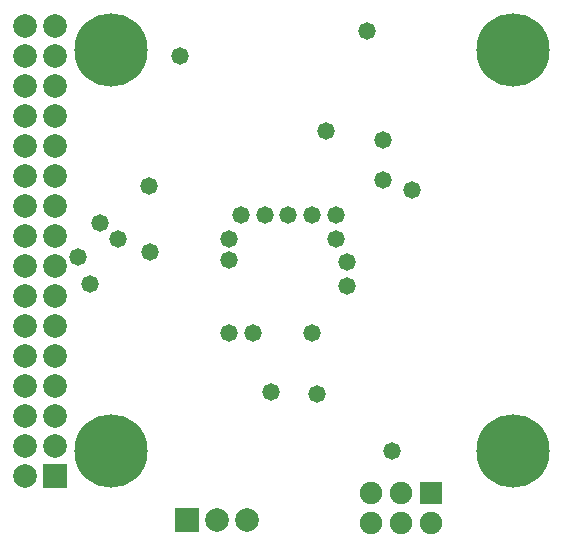
<source format=gbs>
G04 Layer_Color=16711935*
%FSLAX25Y25*%
%MOIN*%
G70*
G01*
G75*
%ADD43C,0.24422*%
%ADD44R,0.07493X0.07493*%
%ADD45C,0.07493*%
%ADD46R,0.07887X0.07887*%
%ADD47C,0.07887*%
%ADD48R,0.07887X0.07887*%
%ADD49C,0.05800*%
D43*
X173228Y173228D02*
D03*
X39370Y39370D02*
D03*
Y173228D02*
D03*
X173228Y39370D02*
D03*
D44*
X146063Y25591D02*
D03*
D45*
Y15590D02*
D03*
X136063Y25591D02*
D03*
Y15590D02*
D03*
X126063Y25591D02*
D03*
Y15590D02*
D03*
D46*
X64803Y16535D02*
D03*
D47*
X74803D02*
D03*
X84803D02*
D03*
X20748Y181299D02*
D03*
Y171299D02*
D03*
Y161299D02*
D03*
Y151299D02*
D03*
Y141299D02*
D03*
Y131299D02*
D03*
Y121299D02*
D03*
Y111299D02*
D03*
Y101299D02*
D03*
Y91299D02*
D03*
Y81299D02*
D03*
Y71299D02*
D03*
Y61299D02*
D03*
Y51299D02*
D03*
Y41299D02*
D03*
X10748Y31299D02*
D03*
Y41299D02*
D03*
Y51299D02*
D03*
Y61299D02*
D03*
Y71299D02*
D03*
Y81299D02*
D03*
Y91299D02*
D03*
Y101299D02*
D03*
Y111299D02*
D03*
Y121299D02*
D03*
Y131299D02*
D03*
Y141299D02*
D03*
Y151299D02*
D03*
Y161299D02*
D03*
Y171299D02*
D03*
Y181299D02*
D03*
D48*
X20748Y31299D02*
D03*
D49*
X35728Y115354D02*
D03*
X28248Y104232D02*
D03*
X32283Y95082D02*
D03*
X62500Y171161D02*
D03*
X130020Y143110D02*
D03*
X106299Y78740D02*
D03*
X132874Y39370D02*
D03*
X52165Y127953D02*
D03*
X92520Y59055D02*
D03*
X107874Y58661D02*
D03*
X41732Y110236D02*
D03*
X139764Y126378D02*
D03*
X52362Y105905D02*
D03*
X78740Y78740D02*
D03*
X111024Y146063D02*
D03*
X124803Y179528D02*
D03*
X78740Y103149D02*
D03*
X86614Y78740D02*
D03*
X114173Y110236D02*
D03*
X118110Y102362D02*
D03*
Y94488D02*
D03*
X114173Y118110D02*
D03*
X106299D02*
D03*
X98425D02*
D03*
X90551D02*
D03*
X82677D02*
D03*
X78740Y110236D02*
D03*
X129921Y129921D02*
D03*
M02*

</source>
